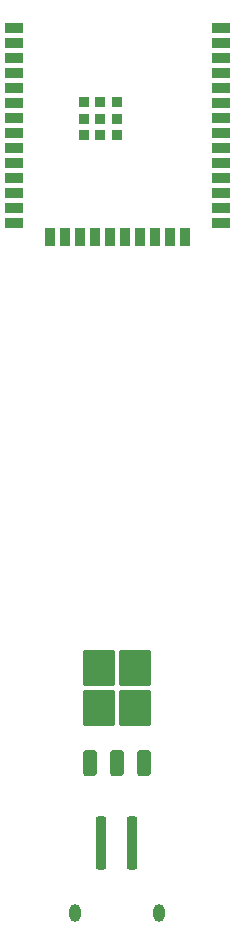
<source format=gbr>
%TF.GenerationSoftware,KiCad,Pcbnew,7.0.7*%
%TF.CreationDate,2024-10-11T15:58:01+09:00*%
%TF.ProjectId,ESP32-hub75,45535033-322d-4687-9562-37352e6b6963,rev?*%
%TF.SameCoordinates,Original*%
%TF.FileFunction,Paste,Top*%
%TF.FilePolarity,Positive*%
%FSLAX46Y46*%
G04 Gerber Fmt 4.6, Leading zero omitted, Abs format (unit mm)*
G04 Created by KiCad (PCBNEW 7.0.7) date 2024-10-11 15:58:01*
%MOMM*%
%LPD*%
G01*
G04 APERTURE LIST*
G04 Aperture macros list*
%AMRoundRect*
0 Rectangle with rounded corners*
0 $1 Rounding radius*
0 $2 $3 $4 $5 $6 $7 $8 $9 X,Y pos of 4 corners*
0 Add a 4 corners polygon primitive as box body*
4,1,4,$2,$3,$4,$5,$6,$7,$8,$9,$2,$3,0*
0 Add four circle primitives for the rounded corners*
1,1,$1+$1,$2,$3*
1,1,$1+$1,$4,$5*
1,1,$1+$1,$6,$7*
1,1,$1+$1,$8,$9*
0 Add four rect primitives between the rounded corners*
20,1,$1+$1,$2,$3,$4,$5,0*
20,1,$1+$1,$4,$5,$6,$7,0*
20,1,$1+$1,$6,$7,$8,$9,0*
20,1,$1+$1,$8,$9,$2,$3,0*%
G04 Aperture macros list end*
%ADD10R,0.900000X0.900000*%
%ADD11R,1.500000X0.900000*%
%ADD12R,0.900000X1.500000*%
%ADD13RoundRect,0.225000X-0.225000X-2.025000X0.225000X-2.025000X0.225000X2.025000X-0.225000X2.025000X0*%
%ADD14O,1.000000X1.500000*%
%ADD15RoundRect,0.250000X0.350000X-0.850000X0.350000X0.850000X-0.350000X0.850000X-0.350000X-0.850000X0*%
%ADD16RoundRect,0.250000X1.125000X-1.275000X1.125000X1.275000X-1.125000X1.275000X-1.125000X-1.275000X0*%
G04 APERTURE END LIST*
D10*
%TO.C,U3*%
X63500000Y-43410000D03*
X63500000Y-42010000D03*
X63500000Y-40610000D03*
X62100000Y-43410000D03*
X62100000Y-43410000D03*
X62100000Y-42010000D03*
X62100000Y-40610000D03*
X60700000Y-43410000D03*
X60700000Y-43410000D03*
X60700000Y-42010000D03*
X60700000Y-40610000D03*
X60700000Y-40610000D03*
D11*
X72350000Y-34290000D03*
X72350000Y-35560000D03*
X72350000Y-36830000D03*
X72350000Y-38100000D03*
X72350000Y-39370000D03*
X72350000Y-40640000D03*
X72350000Y-41910000D03*
X72350000Y-43180000D03*
X72350000Y-44450000D03*
X72350000Y-45720000D03*
X72350000Y-46990000D03*
X72350000Y-48260000D03*
X72350000Y-49530000D03*
X72350000Y-50800000D03*
D12*
X69310000Y-52050000D03*
X68040000Y-52050000D03*
X66770000Y-52050000D03*
X65500000Y-52050000D03*
X64230000Y-52050000D03*
X62960000Y-52050000D03*
X61690000Y-52050000D03*
X60420000Y-52050000D03*
X59150000Y-52050000D03*
X57880000Y-52050000D03*
D11*
X54850000Y-50800000D03*
X54850000Y-49530000D03*
X54850000Y-48260000D03*
X54850000Y-46990000D03*
X54850000Y-45720000D03*
X54850000Y-44450000D03*
X54850000Y-43180000D03*
X54850000Y-41910000D03*
X54850000Y-40640000D03*
X54850000Y-39370000D03*
X54850000Y-38100000D03*
X54850000Y-36830000D03*
X54850000Y-35560000D03*
X54850000Y-34290000D03*
%TD*%
D13*
%TO.C,J1*%
X62200000Y-103320000D03*
X64800000Y-103320000D03*
D14*
X59950000Y-109220000D03*
X67050000Y-109220000D03*
%TD*%
D15*
%TO.C,U2*%
X61220000Y-96520000D03*
X63500000Y-96520000D03*
D16*
X61975000Y-91895000D03*
X65025000Y-91895000D03*
X61975000Y-88545000D03*
X65025000Y-88545000D03*
D15*
X65780000Y-96520000D03*
%TD*%
M02*

</source>
